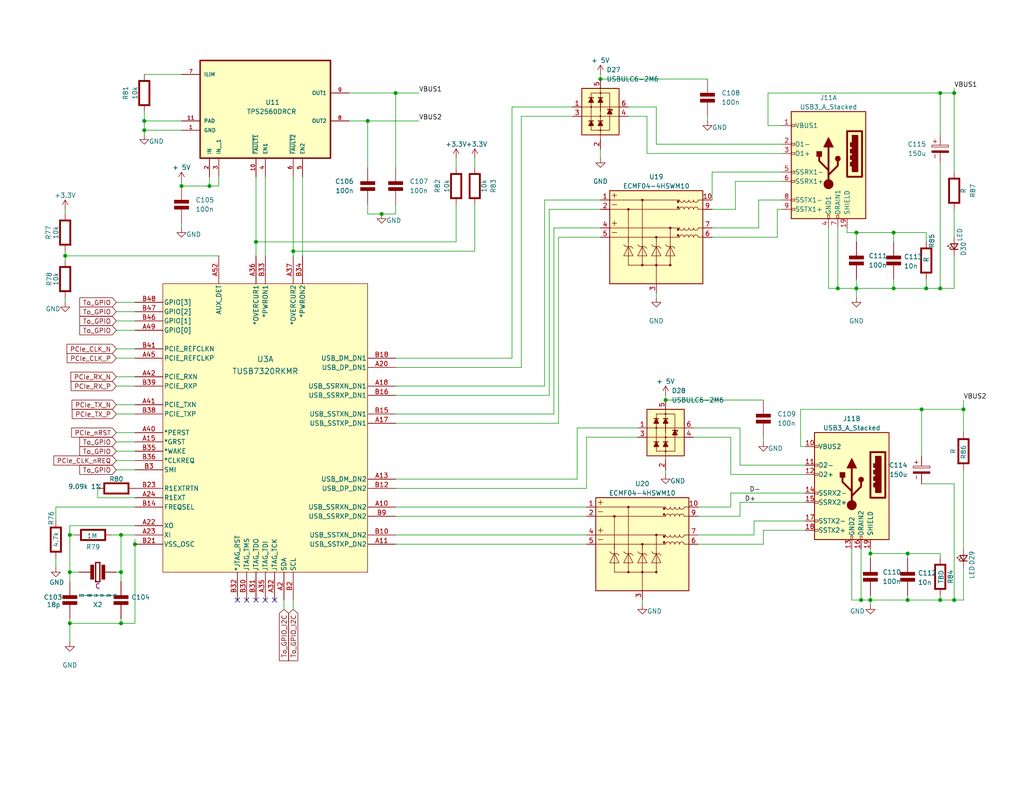
<source format=kicad_sch>
(kicad_sch (version 20250114) (generator "eeschema") (generator_version "9.0")
  (paper "USLetter")
  (lib_symbols
    (symbol "Connector:USB3_A_Stacked" (pin_names (offset 1.016))
      (property "Reference" "J4" (at 0 17.78 0))
      (property "Value" "USB3_A_Stacked" (at 0 15.24 0))
      (symbol "USB3_A_Stacked_0_1"
        (pin passive line (at -5.08 -17.78 90) (length 2.54) (name "SHIELD") (number "19"))
      )
      (symbol "USB3_A_Stacked_1_1"
        (pin passive line (at -2.54 -17.78 90) (length 2.54) (name "DRAIN1") (number "7"))
        (pin power_in line (at 0 -17.78 90) (length 2.54) (name "GND1") (number "4"))
        (pin power_in line (at 12.7 10.16 180) (length 2.54) (name "VBUS1") (number "1"))
        (pin bidirectional line (at 12.7 5.08 180) (length 2.54) (name "D1-") (number "2"))
        (pin bidirectional line (at 12.7 2.54 180) (length 2.54) (name "D1+") (number "3"))
        (pin output line (at 12.7 -2.54 180) (length 2.54) (name "SSRX1-") (number "5"))
        (pin output line (at 12.7 -5.08 180) (length 2.54) (name "SSRX1+") (number "6"))
        (pin input line (at 12.7 -10.16 180) (length 2.54) (name "SSTX1-") (number "8"))
        (pin input line (at 12.7 -12.7 180) (length 2.54) (name "SSTX1+") (number "9"))
      )
      (symbol "USB3_A_Stacked_2_1"
        (pin passive line (at -2.54 -17.78 90) (length 2.54) (name "DRAIN2") (number "16"))
        (pin power_in line (at 0 -17.78 90) (length 2.54) (name "GND2") (number "13"))
        (pin power_in line (at 12.7 10.16 180) (length 2.54) (name "VBUS2") (number "10"))
        (pin bidirectional line (at 12.7 5.08 180) (length 2.54) (name "D2-") (number "11"))
        (pin bidirectional line (at 12.7 2.54 180) (length 2.54) (name "D2+") (number "12"))
        (pin output line (at 12.7 -2.54 180) (length 2.54) (name "SSRX2-") (number "14"))
        (pin output line (at 12.7 -5.08 180) (length 2.54) (name "SSRX2+") (number "15"))
        (pin input line (at 12.7 -10.16 180) (length 2.54) (name "SSTX2-") (number "17"))
        (pin input line (at 12.7 -12.7 180) (length 2.54) (name "SSTX2+") (number "18"))
      )
    )
    (symbol "PCM_Diode_TVS_AKL:USBLC6-2P6" (pin_names (offset 1.016) (hide yes))
      (property "Reference" "D" (at 6.35 6.35 0))
      (property "Value" "USBLC6-2P6" (at 6.35 3.81 0))
      (symbol "USBLC6-2P6_1_1"
        (pin passive line (at -7.62 0 0) (length 2.54) (name "L1") (number "1"))
        (pin passive line (at -7.62 -2.54 0) (length 2.54) (name "L2") (number "3"))
        (pin passive line (at 0 7.62 270) (length 2.54) (name "VP") (number "5"))
        (pin passive line (at 0 -11.43 90) (length 2.54) (name "VN") (number "2"))
        (pin passive line (at 7.62 0 180) (length 2.54) (name "L1") (number "6"))
        (pin passive line (at 7.62 -2.54 180) (length 2.54) (name "L2") (number "4"))
      )
    )
    (symbol "PCM_Elektuur:C" (pin_numbers (hide yes)) (pin_names (offset 0) (hide yes))
      (property "Reference" "C" (at 0.635 3.175 0))
      (property "Value" "C" (at 0.635 -3.175 0))
      (symbol "C_1_1"
        (pin passive line (at 0 5.08 270) (length 3.8862) (name "+") (number "1"))
        (pin passive line (at 0 -5.08 90) (length 3.8862) (name "-") (number "2"))
      )
      (symbol "C_1_2"
        (pin passive line (at 0 5.08 270) (length 3.5814) (name "+") (number "1"))
        (pin passive line (at 0 -5.08 90) (length 3.5814) (name "-") (number "2"))
      )
    )
    (symbol "PCM_Elektuur:R" (pin_numbers (hide yes)) (pin_names (offset 0) (hide yes))
      (property "Reference" "R" (at 2.54 3.175 0))
      (property "Value" "R" (at 0 0 90))
      (symbol "R_1_1"
        (pin passive line (at 0 5.08 270) (length 1.651) (name "+") (number "1"))
        (pin passive line (at 0 -5.08 90) (length 1.651) (name "-") (number "2"))
      )
      (symbol "R_1_2"
        (pin passive line (at 0 5.08 270) (length 1.651) (name "+") (number "1"))
        (pin passive line (at 0 -5.08 90) (length 1.651) (name "-") (number "2"))
      )
      (symbol "R_1_3"
        (pin passive line (at 0 5.08 270) (length 1.6002) (name "+") (number "1"))
        (pin passive line (at 0 -5.08 90) (length 1.6002) (name "-") (number "2"))
      )
      (symbol "R_1_4"
        (pin passive line (at 0 5.08 270) (length 0.5334) (name "+") (number "1"))
        (pin passive line (at 0 -5.08 90) (length 0.5334) (name "-") (number "2"))
      )
    )
    (symbol "PCM_Elektuur_1:X-crystal" (pin_numbers (hide yes)) (pin_names (offset 0) (hide yes))
      (property "Reference" "X" (at 0.635 3.175 0))
      (property "Value" "X-crystal" (at 0.635 -3.175 0))
      (property "Sim.Params" "C" (at -2.54 3.175 0))
      (symbol "X-crystal_1_1"
        (pin passive line (at 0 5.08 270) (length 3.175) (name "+") (number "1"))
        (pin passive line (at 0 -5.08 90) (length 3.175) (name "-") (number "2"))
      )
      (symbol "X-crystal_1_2"
        (pin passive line (at 0 5.08 270) (length 3.3274) (name "+") (number "1"))
        (pin passive line (at 0 -5.08 90) (length 3.3274) (name "-") (number "2"))
      )
    )
    (symbol "PCM_SL_Devices:Capacitor_PO"
      (property "Reference" "C" (at 0 7.62 0))
      (property "Value" "Capacitor_PO" (at 0 5.08 0))
      (symbol "Capacitor_PO_0_0"
        (text "+" (at -2.032 1.524 0) (effects (font (size 1.27 1.27))))
        (text "-" (at 2.032 1.524 0) (effects (font (size 1.27 1.27))))
      )
      (symbol "Capacitor_PO_1_1"
        (pin passive line (at -3.81 0 0) (length 2.7) (name "~") (number "1"))
        (pin input line (at 3.81 0 180) (length 2.7) (name "~") (number "2"))
      )
    )
    (symbol "PCM_SparkFun-LED:LED" (pin_numbers (hide yes)) (pin_names (offset 1.016) (hide yes))
      (property "Reference" "D" (at 0 2.54 0))
      (property "Value" "LED" (at 0 -2.54 0))
      (symbol "LED_1_1"
        (pin passive line (at -2.54 0 0) (length 1.778) (name "K") (number "1"))
        (pin passive line (at 2.54 0 180) (length 1.778) (name "A") (number "2"))
      )
    )
    (symbol "PCM_SparkFun-PowerSymbol:3.3V" (power) (pin_names (offset 0))
      (property "Value" "3.3V" (at 0 3.81 0))
      (symbol "3.3V_1_1"
        (pin power_in line (at 0 0 90) (length 0) (hide yes) (name "3.3V") (number "1"))
      )
    )
    (symbol "PCM_SparkFun-PowerSymbol:5V" (power) (pin_names (offset 0))
      (property "Value" "5V" (at 0 3.81 0))
      (symbol "5V_1_1"
        (pin power_in line (at 0 0 90) (length 0) (hide yes) (name "5V") (number "1"))
      )
    )
    (symbol "Power_Protection:ECMF04-4HSWM10" (pin_names (offset 0.0254) (hide yes))
      (property "Reference" "U" (at -11.43 13.97 0))
      (property "Value" "ECMF04-4HSWM10" (at 8.89 -13.97 0))
      (symbol "ECMF04-4HSWM10_1_1"
        (pin passive line (at -15.24 10.16 0) (length 2.54) (name "In_1+") (number "1"))
        (pin passive line (at -15.24 7.62 0) (length 2.54) (name "In_1-") (number "2"))
        (pin passive line (at -15.24 2.54 0) (length 2.54) (name "In_1+") (number "4"))
        (pin passive line (at -15.24 0 0) (length 2.54) (name "In_1-") (number "5"))
        (pin power_in line (at 0 -15.24 90) (length 2.54) (name "GND") (number "3"))
        (pin passive line (at 0 -15.24 90) (length 2.54) (hide yes) (name "GND") (number "8"))
        (pin passive line (at 15.24 10.16 180) (length 2.54) (name "Out_1+") (number "10"))
        (pin passive line (at 15.24 7.62 180) (length 2.54) (name "Out_1+") (number "9"))
        (pin passive line (at 15.24 2.54 180) (length 2.54) (name "Out_1+") (number "7"))
        (pin passive line (at 15.24 0 180) (length 2.54) (name "Out_1+") (number "6"))
      )
    )
    (symbol "USB3_A_Stacked_1" (pin_names (offset 1.016))
      (property "Reference" "J4" (at 0 17.78 0))
      (property "Value" "USB3_A_Stacked" (at 0 15.24 0))
      (symbol "USB3_A_Stacked_1_0_1"
        (pin passive line (at -5.08 -17.78 90) (length 2.54) (name "SHIELD") (number "19"))
      )
      (symbol "USB3_A_Stacked_1_1_1"
        (pin passive line (at -2.54 -17.78 90) (length 2.54) (name "DRAIN1") (number "7"))
        (pin power_in line (at 0 -17.78 90) (length 2.54) (name "GND1") (number "4"))
        (pin power_in line (at 12.7 10.16 180) (length 2.54) (name "VBUS1") (number "1"))
        (pin bidirectional line (at 12.7 5.08 180) (length 2.54) (name "D1-") (number "2"))
        (pin bidirectional line (at 12.7 2.54 180) (length 2.54) (name "D1+") (number "3"))
        (pin output line (at 12.7 -2.54 180) (length 2.54) (name "SSRX1-") (number "5"))
        (pin output line (at 12.7 -5.08 180) (length 2.54) (name "SSRX1+") (number "6"))
        (pin input line (at 12.7 -10.16 180) (length 2.54) (name "SSTX1-") (number "8"))
        (pin input line (at 12.7 -12.7 180) (length 2.54) (name "SSTX1+") (number "9"))
      )
      (symbol "USB3_A_Stacked_1_2_1"
        (pin passive line (at -2.54 -17.78 90) (length 2.54) (name "DRAIN2") (number "16"))
        (pin power_in line (at 0 -17.78 90) (length 2.54) (name "GND2") (number "13"))
        (pin power_in line (at 12.7 10.16 180) (length 2.54) (name "VBUS2") (number "10"))
        (pin bidirectional line (at 12.7 5.08 180) (length 2.54) (name "D2-") (number "11"))
        (pin bidirectional line (at 12.7 2.54 180) (length 2.54) (name "D2+") (number "12"))
        (pin output line (at 12.7 -2.54 180) (length 2.54) (name "SSRX2-") (number "14"))
        (pin output line (at 12.7 -5.08 180) (length 2.54) (name "SSRX2+") (number "15"))
        (pin input line (at 12.7 -10.16 180) (length 2.54) (name "SSTX2-") (number "17"))
        (pin input line (at 12.7 -12.7 180) (length 2.54) (name "SSTX2+") (number "18"))
      )
    )
    (symbol "capstone_parts:TPS2560DRCR" (pin_names (offset 1.016))
      (property "Reference" "U7" (at 0 0 0))
      (property "Value" "TPS2560DRCR" (at -5.08 -2.54 0))
      (symbol "TPS2560DRCR_0_0"
        (pin bidirectional line (at -22.86 7.62 0) (length 5.08) (name "ILIM") (number "7"))
        (pin bidirectional line (at -22.86 -5.08 0) (length 5.08) (name "PAD") (number "11"))
        (pin power_in line (at -22.86 -7.62 0) (length 5.08) (name "GND") (number "1"))
        (pin input line (at -15.24 -20.32 90) (length 5.08) (name "IN") (number "2"))
        (pin input line (at -12.7 -20.32 90) (length 5.08) (name "IN__1") (number "3"))
        (pin output line (at -2.54 -20.32 90) (length 5.08) (name "~{FAULT1}") (number "10"))
        (pin input line (at 0 -20.32 90) (length 5.08) (name "EN1") (number "4"))
        (pin output line (at 7.62 -20.32 90) (length 5.08) (name "~{FAULT2}") (number "6"))
        (pin input line (at 10.16 -20.32 90) (length 5.08) (name "EN2") (number "5"))
        (pin output line (at 22.86 2.54 180) (length 5.08) (name "OUT1") (number "9"))
        (pin output line (at 22.86 -5.08 180) (length 5.08) (name "OUT2") (number "8"))
      )
    )
    (symbol "capstone_parts:TUSB7320RKMR" (pin_names (offset 0.254))
      (property "Reference" "U4" (at 68.58 19.05 0))
      (property "Value" "TUSB7320RKMR" (at 68.58 16.51 0))
      (symbol "TUSB7320RKMR_1_1"
        (pin unspecified line (at 33.02 10.16 0) (length 7.62) (name "GPIO[3]") (number "B48"))
        (pin unspecified line (at 33.02 7.62 0) (length 7.62) (name "GPIO[2]") (number "B47"))
        (pin unspecified line (at 33.02 5.08 0) (length 7.62) (name "GPIO[1]") (number "B46"))
        (pin unspecified line (at 33.02 2.54 0) (length 7.62) (name "GPIO[0]") (number "A49"))
        (pin unspecified line (at 33.02 -2.54 0) (length 7.62) (name "PCIE_REFCLKN") (number "B41"))
        (pin unspecified line (at 33.02 -5.08 0) (length 7.62) (name "PCIE_REFCLKP") (number "A45"))
        (pin unspecified line (at 33.02 -10.16 0) (length 7.62) (name "PCIE_RXN") (number "A42"))
        (pin unspecified line (at 33.02 -12.7 0) (length 7.62) (name "PCIE_RXP") (number "B39"))
        (pin unspecified line (at 33.02 -17.78 0) (length 7.62) (name "PCIE_TXN") (number "A41"))
        (pin unspecified line (at 33.02 -20.32 0) (length 7.62) (name "PCIE_TXP") (number "B38"))
        (pin unspecified line (at 33.02 -25.4 0) (length 7.62) (name "*PERST") (number "A40"))
        (pin unspecified line (at 33.02 -27.94 0) (length 7.62) (name "*GRST") (number "A15"))
        (pin unspecified line (at 33.02 -30.48 0) (length 7.62) (name "*WAKE") (number "B35"))
        (pin unspecified line (at 33.02 -33.02 0) (length 7.62) (name "*CLKREQ") (number "B36"))
        (pin unspecified line (at 33.02 -35.56 0) (length 7.62) (name "SMI") (number "B3"))
        (pin unspecified line (at 33.02 -40.64 0) (length 7.62) (name "R1EXTRTN") (number "B23"))
        (pin unspecified line (at 33.02 -43.18 0) (length 7.62) (name "R1EXT") (number "A24"))
        (pin unspecified line (at 33.02 -45.72 0) (length 7.62) (name "FREQSEL") (number "B14"))
        (pin unspecified line (at 33.02 -50.8 0) (length 7.62) (name "XO") (number "A22"))
        (pin unspecified line (at 33.02 -53.34 0) (length 7.62) (name "XI") (number "A23"))
        (pin unspecified line (at 33.02 -55.88 0) (length 7.62) (name "VSS_OSC") (number "B21"))
        (pin unspecified line (at 55.88 22.86 270) (length 7.62) (name "AUX_DET") (number "A52"))
        (pin unspecified line (at 60.96 -71.12 90) (length 7.62) (name "*JTAG_RST") (number "B32"))
        (pin unspecified line (at 63.5 -71.12 90) (length 7.62) (name "JTAG_TMS") (number "B30"))
        (pin unspecified line (at 66.04 22.86 270) (length 7.62) (name "*OVERCUR1") (number "A36"))
        (pin unspecified line (at 66.04 -71.12 90) (length 7.62) (name "JTAG_TDO") (number "B31"))
        (pin unspecified line (at 68.58 22.86 270) (length 7.62) (name "*PWRON1") (number "B33"))
        (pin unspecified line (at 68.58 -71.12 90) (length 7.62) (name "JTAG_TDI") (number "A35"))
        (pin unspecified line (at 71.12 -71.12 90) (length 7.62) (name "JTAG_TCK") (number "A32"))
        (pin unspecified line (at 73.66 -71.12 90) (length 7.62) (name "SDA") (number "A2"))
        (pin unspecified line (at 76.2 22.86 270) (length 7.62) (name "*OVERCUR2") (number "A37"))
        (pin unspecified line (at 76.2 -71.12 90) (length 7.62) (name "SCL") (number "B2"))
        (pin unspecified line (at 78.74 22.86 270) (length 7.62) (name "*PWRON2") (number "B34"))
        (pin unspecified line (at 104.14 -5.08 180) (length 7.62) (name "USB_DM_DN1") (number "B18"))
        (pin unspecified line (at 104.14 -7.62 180) (length 7.62) (name "USB_DP_DN1") (number "A20"))
        (pin unspecified line (at 104.14 -12.7 180) (length 7.62) (name "USB_SSRXN_DN1") (number "A18"))
        (pin unspecified line (at 104.14 -15.24 180) (length 7.62) (name "USB_SSRXP_DN1") (number "B16"))
        (pin unspecified line (at 104.14 -20.32 180) (length 7.62) (name "USB_SSTXN_DN1") (number "B15"))
        (pin unspecified line (at 104.14 -22.86 180) (length 7.62) (name "USB_SSTXP_DN1") (number "A17"))
        (pin unspecified line (at 104.14 -38.1 180) (length 7.62) (name "USB_DM_DN2") (number "A13"))
        (pin unspecified line (at 104.14 -40.64 180) (length 7.62) (name "USB_DP_DN2") (number "B12"))
        (pin unspecified line (at 104.14 -45.72 180) (length 7.62) (name "USB_SSRXN_DN2") (number "A10"))
        (pin unspecified line (at 104.14 -48.26 180) (length 7.62) (name "USB_SSRXP_DN2") (number "B9"))
        (pin unspecified line (at 104.14 -53.34 180) (length 7.62) (name "USB_SSTXN_DN2") (number "B10"))
        (pin unspecified line (at 104.14 -55.88 180) (length 7.62) (name "USB_SSTXP_DN2") (number "A11"))
      )
      (symbol "TUSB7320RKMR_2_1"
        (pin unspecified line (at 0 2.54 0) (length 7.62) (name "VDD33") (number "A3"))
        (pin unspecified line (at 0 0 0) (length 7.62) (name "VDD33") (number "A34"))
        (pin unspecified line (at 0 -2.54 0) (length 7.62) (name "VDD33") (number "A39"))
        (pin unspecified line (at 0 -5.08 0) (length 7.62) (name "VDD33") (number "A47"))
        (pin unspecified line (at 0 -7.62 0) (length 7.62) (name "VDD33") (number "A51"))
        (pin unspecified line (at 0 -12.7 0) (length 7.62) (name "VDDA_3P3") (number "B11"))
        (pin unspecified line (at 0 -15.24 0) (length 7.62) (name "VDDA_3P3") (number "A19"))
        (pin unspecified line (at 0 -17.78 0) (length 7.62) (name "VDDA_3P3") (number "A21"))
        (pin unspecified line (at 0 -20.32 0) (length 7.62) (name "VDDA_3P3") (number "A25"))
        (pin unspecified line (at 0 -22.86 0) (length 7.62) (name "VDDA_3P3") (number "B22"))
        (pin unspecified line (at 0 -25.4 0) (length 7.62) (name "VDDA_3P3") (number "A44"))
        (pin unspecified line (at 0 -30.48 0) (length 7.62) (name "VDD11") (number "A1"))
        (pin unspecified line (at 0 -33.02 0) (length 7.62) (name "VDD11") (number "B1"))
        (pin unspecified line (at 0 -35.56 0) (length 7.62) (name "VDD11") (number "A4"))
        (pin unspecified line (at 0 -38.1 0) (length 7.62) (name "VDD11") (number "A6"))
        (pin unspecified line (at 0 -40.64 0) (length 7.62) (name "VDD11") (number "A9"))
        (pin unspecified line (at 0 -43.18 0) (length 7.62) (name "VDD11") (number "A12"))
        (pin unspecified line (at 0 -45.72 0) (length 7.62) (name "VDD11") (number "A16"))
        (pin unspecified line (at 0 -48.26 0) (length 7.62) (name "VDD11") (number "B17"))
        (pin unspecified line (at 0 -50.8 0) (length 7.62) (name "VDD11") (number "B19"))
        (pin unspecified line (at 0 -53.34 0) (length 7.62) (name "VDD11") (number "B24"))
        (pin unspecified line (at 0 -55.88 0) (length 7.62) (name "VDD11") (number "A28"))
        (pin unspecified line (at 0 -58.42 0) (length 7.62) (name "VDD11") (number "A33"))
        (pin unspecified line (at 0 -60.96 0) (length 7.62) (name "VDD11") (number "A31"))
        (pin unspecified line (at 0 -63.5 0) (length 7.62) (name "VDD11") (number "A38"))
        (pin unspecified line (at 0 -66.04 0) (length 7.62) (name "VDD11") (number "B37"))
        (pin unspecified line (at 0 -68.58 0) (length 7.62) (name "VDD11") (number "B40"))
        (pin unspecified line (at 0 -71.12 0) (length 7.62) (name "VDD11") (number "B42"))
        (pin unspecified line (at 0 -73.66 0) (length 7.62) (name "VDD11") (number "B44"))
        (pin unspecified line (at 0 -76.2 0) (length 7.62) (name "VDD11") (number "A50"))
        (pin unspecified line (at 43.18 2.54 180) (length 7.62) (name "NC") (number "B4"))
        (pin unspecified line (at 43.18 0 180) (length 7.62) (name "NC") (number "A52"))
        (pin unspecified line (at 43.18 -2.54 180) (length 7.62) (name "NC") (number "B5"))
        (pin unspecified line (at 43.18 -5.08 180) (length 7.62) (name "NC") (number "B6"))
        (pin unspecified line (at 43.18 -7.62 180) (length 7.62) (name "NC") (number "A7"))
        (pin unspecified line (at 43.18 -10.16 180) (length 7.62) (name "NC") (number "B7"))
        (pin unspecified line (at 43.18 -12.7 180) (length 7.62) (name "NC") (number "A8"))
        (pin unspecified line (at 43.18 -15.24 180) (length 7.62) (name "NC") (number "B8"))
        (pin unspecified line (at 43.18 -17.78 180) (length 7.62) (name "NC") (number "B13"))
        (pin unspecified line (at 43.18 -20.32 180) (length 7.62) (name "NC") (number "A48"))
        (pin unspecified line (at 43.18 -22.86 180) (length 7.62) (name "NC") (number "A46"))
        (pin unspecified line (at 43.18 -25.4 180) (length 7.62) (name "NC") (number "B45"))
        (pin unspecified line (at 43.18 -27.94 180) (length 7.62) (name "NC") (number "B43"))
        (pin unspecified line (at 43.18 -30.48 180) (length 7.62) (name "NC") (number "A43"))
        (pin unspecified line (at 43.18 -33.02 180) (length 7.62) (name "NC") (number "A30"))
        (pin unspecified line (at 43.18 -35.56 180) (length 7.62) (name "NC") (number "B29"))
        (pin unspecified line (at 43.18 -38.1 180) (length 7.62) (name "NC") (number "A29"))
        (pin unspecified line (at 43.18 -40.64 180) (length 7.62) (name "NC") (number "B28"))
        (pin unspecified line (at 43.18 -43.18 180) (length 7.62) (name "NC") (number "B27"))
        (pin unspecified line (at 43.18 -45.72 180) (length 7.62) (name "NC") (number "A27"))
        (pin unspecified line (at 43.18 -48.26 180) (length 7.62) (name "NC") (number "B26"))
        (pin unspecified line (at 43.18 -50.8 180) (length 7.62) (name "NC") (number "A26"))
        (pin unspecified line (at 43.18 -53.34 180) (length 7.62) (name "NC") (number "B25"))
        (pin unspecified line (at 43.18 -55.88 180) (length 7.62) (name "NC") (number "A14"))
        (pin unspecified line (at 43.18 -63.5 180) (length 7.62) (name "VSS_NC") (number "C4"))
        (pin unspecified line (at 43.18 -66.04 180) (length 7.62) (name "VSS_NC") (number "C3"))
        (pin unspecified line (at 43.18 -68.58 180) (length 7.62) (name "VSS_NC") (number "C2"))
        (pin unspecified line (at 43.18 -71.12 180) (length 7.62) (name "VSS_NC") (number "C1"))
        (pin unspecified line (at 43.18 -73.66 180) (length 7.62) (name "VSS_NC") (number "A53"))
        (pin unspecified line (at 43.18 -76.2 180) (length 7.62) (name "VSS_NC") (number "B20"))
      )
    )
    (symbol "power:GND" (power) (pin_numbers (hide yes)) (pin_names (offset 0) (hide yes))
      (property "Value" "GND" (at 0 -3.81 0))
      (symbol "GND_1_1"
        (pin power_in line (at 0 0 270) (length 0) (name "~") (number "1"))
      )
    )
  )
  (junction (at 104.14 58.42))
  (junction (at 233.68 78.74))
  (junction (at 33.02 156.21))
  (junction (at 228.6 78.74))
  (junction (at 247.65 151.13))
  (junction (at 252.73 78.74))
  (junction (at 39.37 35.56))
  (junction (at 57.15 50.8))
  (junction (at 256.54 163.83))
  (junction (at 39.37 33.02))
  (junction (at 100.33 33.02))
  (junction (at 19.05 146.05))
  (junction (at 251.46 111.76))
  (junction (at 256.54 78.74))
  (junction (at 237.49 151.13))
  (junction (at 234.95 163.83))
  (junction (at 260.35 163.83))
  (junction (at 237.49 163.83))
  (junction (at 19.05 170.18))
  (junction (at 256.54 25.4))
  (junction (at 163.83 21.59))
  (junction (at 33.02 146.05))
  (junction (at 233.68 63.5))
  (junction (at 262.89 111.76))
  (junction (at 33.02 170.18))
  (junction (at 243.84 78.74))
  (junction (at 17.78 69.85))
  (junction (at 36.83 148.59))
  (junction (at 260.35 25.4))
  (junction (at 107.95 25.4))
  (junction (at 69.85 66.04))
  (junction (at 243.84 63.5))
  (junction (at 49.53 50.8))
  (junction (at 19.05 156.21))
  (junction (at 80.01 68.58))
  (junction (at 247.65 163.83))
  (junction (at 181.61 109.22))
  (no_connect (at 69.85 163.83))
  (no_connect (at 64.77 163.83))
  (no_connect (at 74.93 163.83))
  (no_connect (at 72.39 163.83))
  (no_connect (at 67.31 163.83))
  (wire (pts (xy 129.54 68.58) (xy 80.01 68.58)))
  (wire (pts (xy 243.84 66.04) (xy 243.84 63.5)))
  (wire (pts (xy 152.4 64.77) (xy 152.4 115.57)))
  (wire (pts (xy 31.75 87.63) (xy 36.83 87.63)))
  (wire (pts (xy 262.89 128.27) (xy 262.89 149.86)))
  (wire (pts (xy 262.89 154.94) (xy 262.89 163.83)))
  (wire (pts (xy 31.75 85.09) (xy 36.83 85.09)))
  (wire (pts (xy 189.23 119.38) (xy 199.39 119.38)))
  (wire (pts (xy 251.46 111.76) (xy 251.46 124.46)))
  (wire (pts (xy 189.23 116.84) (xy 201.93 116.84)))
  (wire (pts (xy 124.46 55.88) (xy 124.46 66.04)))
  (wire (pts (xy 207.01 54.61) (xy 213.36 54.61)))
  (wire (pts (xy 233.68 63.5) (xy 243.84 63.5)))
  (wire (pts (xy 200.66 49.53) (xy 213.36 49.53)))
  (wire (pts (xy 212.09 64.77) (xy 212.09 57.15)))
  (wire (pts (xy 107.95 45.72) (xy 107.95 25.4)))
  (wire (pts (xy 251.46 132.08) (xy 260.35 132.08)))
  (wire (pts (xy 163.83 57.15) (xy 149.86 57.15)))
  (wire (pts (xy 226.06 78.74) (xy 228.6 78.74)))
  (wire (pts (xy 247.65 163.83) (xy 256.54 163.83)))
  (wire (pts (xy 151.13 62.23) (xy 151.13 113.03)))
  (wire (pts (xy 59.69 48.26) (xy 59.69 50.8)))
  (wire (pts (xy 139.7 97.79) (xy 107.95 97.79)))
  (wire (pts (xy 233.68 66.04) (xy 233.68 63.5)))
  (wire (pts (xy 208.28 148.59) (xy 190.5 148.59)))
  (wire (pts (xy 193.04 33.02) (xy 193.04 31.75)))
  (wire (pts (xy 129.54 43.18) (xy 129.54 45.72)))
  (wire (pts (xy 80.01 68.58) (xy 80.01 69.85)))
  (wire (pts (xy 31.75 125.73) (xy 36.83 125.73)))
  (wire (pts (xy 31.75 105.41) (xy 36.83 105.41)))
  (wire (pts (xy 31.75 156.21) (xy 33.02 156.21)))
  (wire (pts (xy 209.55 34.29) (xy 213.36 34.29)))
  (wire (pts (xy 107.95 58.42) (xy 104.14 58.42)))
  (wire (pts (xy 160.02 119.38) (xy 173.99 119.38)))
  (wire (pts (xy 256.54 78.74) (xy 252.73 78.74)))
  (wire (pts (xy 231.14 62.23) (xy 231.14 63.5)))
  (wire (pts (xy 207.01 62.23) (xy 207.01 54.61)))
  (wire (pts (xy 163.83 43.18) (xy 163.83 40.64)))
  (wire (pts (xy 260.35 24.13) (xy 260.35 25.4)))
  (wire (pts (xy 201.93 116.84) (xy 201.93 127)))
  (wire (pts (xy 260.35 57.15) (xy 260.35 64.77)))
  (wire (pts (xy 256.54 78.74) (xy 260.35 78.74)))
  (wire (pts (xy 256.54 162.56) (xy 256.54 163.83)))
  (wire (pts (xy 228.6 62.23) (xy 228.6 78.74)))
  (wire (pts (xy 194.31 46.99) (xy 213.36 46.99)))
  (wire (pts (xy 175.26 165.1) (xy 175.26 163.83)))
  (wire (pts (xy 205.74 142.24) (xy 205.74 146.05)))
  (wire (pts (xy 114.3 33.02) (xy 100.33 33.02)))
  (wire (pts (xy 142.24 31.75) (xy 142.24 100.33)))
  (wire (pts (xy 208.28 120.65) (xy 208.28 119.38)))
  (wire (pts (xy 237.49 162.56) (xy 237.49 163.83)))
  (wire (pts (xy 234.95 149.86) (xy 234.95 163.83)))
  (wire (pts (xy 17.78 57.15) (xy 17.78 58.42)))
  (wire (pts (xy 59.69 50.8) (xy 57.15 50.8)))
  (wire (pts (xy 107.95 140.97) (xy 160.02 140.97)))
  (wire (pts (xy 179.07 81.28) (xy 179.07 80.01)))
  (wire (pts (xy 39.37 33.02) (xy 49.53 33.02)))
  (wire (pts (xy 17.78 69.85) (xy 17.78 71.12)))
  (wire (pts (xy 31.75 97.79) (xy 36.83 97.79)))
  (wire (pts (xy 163.83 21.59) (xy 193.04 21.59)))
  (wire (pts (xy 194.31 64.77) (xy 212.09 64.77)))
  (wire (pts (xy 247.65 152.4) (xy 247.65 151.13)))
  (wire (pts (xy 72.39 48.26) (xy 72.39 69.85)))
  (wire (pts (xy 30.48 146.05) (xy 33.02 146.05)))
  (wire (pts (xy 233.68 76.2) (xy 233.68 78.74)))
  (wire (pts (xy 199.39 129.54) (xy 219.71 129.54)))
  (wire (pts (xy 39.37 20.32) (xy 49.53 20.32)))
  (wire (pts (xy 251.46 111.76) (xy 262.89 111.76)))
  (wire (pts (xy 243.84 78.74) (xy 233.68 78.74)))
  (wire (pts (xy 157.48 130.81) (xy 107.95 130.81)))
  (wire (pts (xy 194.31 62.23) (xy 207.01 62.23)))
  (wire (pts (xy 149.86 57.15) (xy 149.86 107.95)))
  (wire (pts (xy 237.49 151.13) (xy 247.65 151.13)))
  (wire (pts (xy 19.05 170.18) (xy 19.05 175.26)))
  (wire (pts (xy 124.46 66.04) (xy 69.85 66.04)))
  (wire (pts (xy 252.73 76.2) (xy 252.73 78.74)))
  (wire (pts (xy 31.75 95.25) (xy 36.83 95.25)))
  (wire (pts (xy 15.24 138.43) (xy 36.83 138.43)))
  (wire (pts (xy 219.71 121.92) (xy 218.44 121.92)))
  (wire (pts (xy 171.45 31.75) (xy 176.53 31.75)))
  (wire (pts (xy 142.24 100.33) (xy 107.95 100.33)))
  (wire (pts (xy 218.44 111.76) (xy 251.46 111.76)))
  (wire (pts (xy 252.73 66.04) (xy 252.73 63.5)))
  (wire (pts (xy 95.25 25.4) (xy 107.95 25.4)))
  (wire (pts (xy 256.54 163.83) (xy 260.35 163.83)))
  (wire (pts (xy 31.75 128.27) (xy 36.83 128.27)))
  (wire (pts (xy 209.55 25.4) (xy 209.55 34.29)))
  (wire (pts (xy 219.71 137.16) (xy 201.93 137.16)))
  (wire (pts (xy 107.95 146.05) (xy 160.02 146.05)))
  (wire (pts (xy 156.21 29.21) (xy 139.7 29.21)))
  (wire (pts (xy 247.65 151.13) (xy 256.54 151.13)))
  (wire (pts (xy 163.83 62.23) (xy 151.13 62.23)))
  (wire (pts (xy 200.66 57.15) (xy 200.66 49.53)))
  (wire (pts (xy 160.02 138.43) (xy 107.95 138.43)))
  (wire (pts (xy 163.83 64.77) (xy 152.4 64.77)))
  (wire (pts (xy 256.54 25.4) (xy 260.35 25.4)))
  (wire (pts (xy 129.54 55.88) (xy 129.54 68.58)))
  (wire (pts (xy 252.73 63.5) (xy 243.84 63.5)))
  (wire (pts (xy 39.37 30.48) (xy 39.37 33.02)))
  (wire (pts (xy 100.33 58.42) (xy 104.14 58.42)))
  (wire (pts (xy 237.49 149.86) (xy 237.49 151.13)))
  (wire (pts (xy 219.71 134.62) (xy 199.39 134.62)))
  (wire (pts (xy 260.35 46.99) (xy 260.35 25.4)))
  (wire (pts (xy 15.24 142.24) (xy 15.24 138.43)))
  (wire (pts (xy 69.85 66.04) (xy 69.85 69.85)))
  (wire (pts (xy 163.83 54.61) (xy 148.59 54.61)))
  (wire (pts (xy 260.35 163.83) (xy 262.89 163.83)))
  (wire (pts (xy 49.53 50.8) (xy 49.53 49.53)))
  (wire (pts (xy 160.02 133.35) (xy 107.95 133.35)))
  (wire (pts (xy 256.54 36.83) (xy 256.54 25.4)))
  (wire (pts (xy 237.49 163.83) (xy 234.95 163.83)))
  (wire (pts (xy 31.75 82.55) (xy 36.83 82.55)))
  (wire (pts (xy 107.95 55.88) (xy 107.95 58.42)))
  (wire (pts (xy 237.49 163.83) (xy 237.49 165.1)))
  (wire (pts (xy 49.53 62.23) (xy 49.53 60.96)))
  (wire (pts (xy 205.74 146.05) (xy 190.5 146.05)))
  (wire (pts (xy 19.05 170.18) (xy 33.02 170.18)))
  (wire (pts (xy 181.61 109.22) (xy 208.28 109.22)))
  (wire (pts (xy 179.07 39.37) (xy 179.07 29.21)))
  (wire (pts (xy 232.41 149.86) (xy 232.41 163.83)))
  (wire (pts (xy 17.78 82.55) (xy 17.78 81.28)))
  (wire (pts (xy 228.6 78.74) (xy 233.68 78.74)))
  (wire (pts (xy 201.93 127) (xy 219.71 127)))
  (wire (pts (xy 209.55 25.4) (xy 256.54 25.4)))
  (wire (pts (xy 80.01 48.26) (xy 80.01 68.58)))
  (wire (pts (xy 124.46 43.18) (xy 124.46 45.72)))
  (wire (pts (xy 148.59 54.61) (xy 148.59 105.41)))
  (wire (pts (xy 219.71 144.78) (xy 208.28 144.78)))
  (wire (pts (xy 199.39 119.38) (xy 199.39 129.54)))
  (wire (pts (xy 31.75 90.17) (xy 36.83 90.17)))
  (wire (pts (xy 69.85 48.26) (xy 69.85 66.04)))
  (wire (pts (xy 19.05 143.51) (xy 19.05 146.05)))
  (wire (pts (xy 163.83 20.32) (xy 163.83 21.59)))
  (wire (pts (xy 212.09 57.15) (xy 213.36 57.15)))
  (wire (pts (xy 151.13 113.03) (xy 107.95 113.03)))
  (wire (pts (xy 82.55 48.26) (xy 82.55 69.85)))
  (wire (pts (xy 15.24 152.4) (xy 15.24 154.94)))
  (wire (pts (xy 208.28 144.78) (xy 208.28 148.59)))
  (wire (pts (xy 17.78 69.85) (xy 59.69 69.85)))
  (wire (pts (xy 181.61 129.54) (xy 181.61 128.27)))
  (wire (pts (xy 219.71 142.24) (xy 205.74 142.24)))
  (wire (pts (xy 19.05 158.75) (xy 19.05 156.21)))
  (wire (pts (xy 234.95 163.83) (xy 232.41 163.83)))
  (wire (pts (xy 199.39 134.62) (xy 199.39 138.43)))
  (wire (pts (xy 19.05 168.91) (xy 19.05 170.18)))
  (wire (pts (xy 77.47 166.37) (xy 77.47 163.83)))
  (wire (pts (xy 31.75 102.87) (xy 36.83 102.87)))
  (wire (pts (xy 213.36 39.37) (xy 179.07 39.37)))
  (wire (pts (xy 148.59 105.41) (xy 107.95 105.41)))
  (wire (pts (xy 21.59 156.21) (xy 19.05 156.21)))
  (wire (pts (xy 226.06 62.23) (xy 226.06 78.74)))
  (wire (pts (xy 31.75 120.65) (xy 36.83 120.65)))
  (wire (pts (xy 199.39 138.43) (xy 190.5 138.43)))
  (wire (pts (xy 57.15 50.8) (xy 49.53 50.8)))
  (wire (pts (xy 243.84 76.2) (xy 243.84 78.74)))
  (wire (pts (xy 233.68 78.74) (xy 233.68 81.28)))
  (wire (pts (xy 176.53 41.91) (xy 176.53 31.75)))
  (wire (pts (xy 160.02 119.38) (xy 160.02 133.35)))
  (wire (pts (xy 149.86 107.95) (xy 107.95 107.95)))
  (wire (pts (xy 26.67 133.35) (xy 26.67 135.89)))
  (wire (pts (xy 19.05 143.51) (xy 36.83 143.51)))
  (wire (pts (xy 157.48 116.84) (xy 173.99 116.84)))
  (wire (pts (xy 152.4 115.57) (xy 107.95 115.57)))
  (wire (pts (xy 218.44 121.92) (xy 218.44 111.76)))
  (wire (pts (xy 262.89 118.11) (xy 262.89 111.76)))
  (wire (pts (xy 100.33 45.72) (xy 100.33 33.02)))
  (wire (pts (xy 247.65 163.83) (xy 237.49 163.83)))
  (wire (pts (xy 231.14 63.5) (xy 233.68 63.5)))
  (wire (pts (xy 260.35 69.85) (xy 260.35 78.74)))
  (wire (pts (xy 156.21 31.75) (xy 142.24 31.75)))
  (wire (pts (xy 31.75 113.03) (xy 36.83 113.03)))
  (wire (pts (xy 107.95 148.59) (xy 160.02 148.59)))
  (wire (pts (xy 31.75 123.19) (xy 36.83 123.19)))
  (wire (pts (xy 39.37 35.56) (xy 49.53 35.56)))
  (wire (pts (xy 26.67 135.89) (xy 36.83 135.89)))
  (wire (pts (xy 114.3 25.4) (xy 107.95 25.4)))
  (wire (pts (xy 33.02 146.05) (xy 33.02 156.21)))
  (wire (pts (xy 201.93 137.16) (xy 201.93 140.97)))
  (wire (pts (xy 39.37 36.83) (xy 39.37 35.56)))
  (wire (pts (xy 201.93 140.97) (xy 190.5 140.97)))
  (wire (pts (xy 33.02 146.05) (xy 36.83 146.05)))
  (wire (pts (xy 19.05 146.05) (xy 19.05 156.21)))
  (wire (pts (xy 194.31 57.15) (xy 200.66 57.15)))
  (wire (pts (xy 252.73 78.74) (xy 243.84 78.74)))
  (wire (pts (xy 33.02 156.21) (xy 33.02 158.75)))
  (wire (pts (xy 39.37 33.02) (xy 39.37 35.56)))
  (wire (pts (xy 33.02 170.18) (xy 36.83 170.18)))
  (wire (pts (xy 19.05 146.05) (xy 20.32 146.05)))
  (wire (pts (xy 237.49 151.13) (xy 237.49 152.4)))
  (wire (pts (xy 139.7 29.21) (xy 139.7 97.79)))
  (wire (pts (xy 256.54 152.4) (xy 256.54 151.13)))
  (wire (pts (xy 256.54 44.45) (xy 256.54 78.74)))
  (wire (pts (xy 95.25 33.02) (xy 100.33 33.02)))
  (wire (pts (xy 262.89 109.22) (xy 262.89 111.76)))
  (wire (pts (xy 100.33 55.88) (xy 100.33 58.42)))
  (wire (pts (xy 33.02 168.91) (xy 33.02 170.18)))
  (wire (pts (xy 80.01 166.37) (xy 80.01 163.83)))
  (wire (pts (xy 194.31 54.61) (xy 194.31 46.99)))
  (wire (pts (xy 31.75 118.11) (xy 36.83 118.11)))
  (wire (pts (xy 36.83 147.32) (xy 36.83 148.59)))
  (wire (pts (xy 57.15 50.8) (xy 57.15 48.26)))
  (wire (pts (xy 157.48 116.84) (xy 157.48 130.81)))
  (wire (pts (xy 36.83 148.59) (xy 36.83 170.18)))
  (wire (pts (xy 171.45 29.21) (xy 179.07 29.21)))
  (wire (pts (xy 31.75 110.49) (xy 36.83 110.49)))
  (wire (pts (xy 213.36 41.91) (xy 176.53 41.91)))
  (wire (pts (xy 17.78 68.58) (xy 17.78 69.85)))
  (wire (pts (xy 181.61 107.95) (xy 181.61 109.22)))
  (wire (pts (xy 260.35 132.08) (xy 260.35 163.83)))
  (wire (pts (xy 247.65 162.56) (xy 247.65 163.83)))
  (label "VBUS1" (at 114.3 25.4 0))
  (label "VBUS2" (at 114.3 33.02 0))
  (label "VBUS1" (at 260.35 24.13 0))
  (label "VBUS2" (at 262.89 109.22 0))
  (label "D+" (at 203.2 137.16 0))
  (label "D-" (at 204.47 134.62 0))
  (global_label "To_GPIO" (shape input) (at 31.75 128.27 180) (property "Intersheetrefs" "${INTERSHEET_REFS}" (effects (hide yes))))
  (global_label "To_GPIO_I2C" (shape input) (at 77.47 166.37 270) (property "Intersheetrefs" "${INTERSHEET_REFS}" (effects (hide yes))))
  (global_label "To_GPIO" (shape input) (at 31.75 123.19 180) (property "Intersheetrefs" "${INTERSHEET_REFS}" (effects (hide yes))))
  (global_label "PCIe_CLK_nREQ" (shape input) (at 31.75 125.73 180) (property "Intersheetrefs" "${INTERSHEET_REFS}" (effects (hide yes))))
  (global_label "To_GPIO" (shape input) (at 31.75 87.63 180) (property "Intersheetrefs" "${INTERSHEET_REFS}" (effects (hide yes))))
  (global_label "PCIe_RX_P" (shape input) (at 31.75 105.41 180) (property "Intersheetrefs" "${INTERSHEET_REFS}" (effects (hide yes))))
  (global_label "PCIe_RX_N" (shape input) (at 31.75 102.87 180) (property "Intersheetrefs" "${INTERSHEET_REFS}" (effects (hide yes))))
  (global_label "PCIe_nRST" (shape input) (at 31.75 118.11 180) (property "Intersheetrefs" "${INTERSHEET_REFS}" (effects (hide yes))))
  (global_label "To_GPIO_I2C" (shape input) (at 80.01 166.37 270) (property "Intersheetrefs" "${INTERSHEET_REFS}" (effects (hide yes))))
  (global_label "PCIe_CLK_P" (shape input) (at 31.75 97.79 180) (property "Intersheetrefs" "${INTERSHEET_REFS}" (effects (hide yes))))
  (global_label "To_GPIO" (shape input) (at 31.75 82.55 180) (property "Intersheetrefs" "${INTERSHEET_REFS}" (effects (hide yes))))
  (global_label "To_GPIO" (shape input) (at 31.75 85.09 180) (property "Intersheetrefs" "${INTERSHEET_REFS}" (effects (hide yes))))
  (global_label "To_GPIO" (shape input) (at 31.75 90.17 180) (property "Intersheetrefs" "${INTERSHEET_REFS}" (effects (hide yes))))
  (global_label "PCIe_TX_P" (shape input) (at 31.75 113.03 180) (property "Intersheetrefs" "${INTERSHEET_REFS}" (effects (hide yes))))
  (global_label "PCIe_TX_N" (shape input) (at 31.75 110.49 180) (property "Intersheetrefs" "${INTERSHEET_REFS}" (effects (hide yes))))
  (global_label "To_GPIO" (shape input) (at 31.75 120.65 180) (property "Intersheetrefs" "${INTERSHEET_REFS}" (effects (hide yes))))
  (global_label "PCIe_CLK_N" (shape input) (at 31.75 95.25 180) (property "Intersheetrefs" "${INTERSHEET_REFS}" (effects (hide yes))))
  (symbol (lib_id "PCM_Elektuur:C") (at 233.68 71.12 0) (unit 1)
    (property "Reference" "C111" (at 236.982 69.85 0) (effects (justify left)))
    (property "Value" "100n" (at 236.982 72.39 0) (effects (justify left)))
    (property "Description" "capacitor, non-polarized/bipolar" (effects (hide yes)))
    (property "Indicator" "+" (effects (hide yes)))
    (property "Rating" "V" (effects (hide yes)))
  )
  (symbol (lib_id "PCM_Elektuur_1:X-crystal") (at 26.67 156.21 90) (mirror x) (unit 1)
    (property "Reference" "X2" (at 26.67 165.1 90))
    (property "Value" "ECS-480-18-33-JGN-TR" (at 26.67 162.56 90) (effects (font (size 0.508 0.508))))
    (property "Description" "piezoelectric crystal; xtal" (effects (hide yes)))
    (property "Sim.Pins" "1=1 1=2 2=3 2=4" (effects (hide yes)))
    (property "Sim.Params" "C" (at 26.67 160.02 90))
    (property "Sim.Device" "SPICE" (effects (hide yes)))
    (property "Indicator" "+" (effects (hide yes)))
    (property "Rating" "±ppm" (effects (hide yes)))
  )
  (symbol (lib_id "PCM_Elektuur:C") (at 107.95 50.8 0) (unit 1)
    (property "Reference" "C107" (at 111.76 49.5299 0) (effects (justify left)))
    (property "Value" "100n" (at 111.76 52.0699 0) (effects (justify left)))
    (property "Description" "capacitor, non-polarized/bipolar" (effects (hide yes)))
    (property "Indicator" "+" (effects (hide yes)))
    (property "Rating" "V" (effects (hide yes)))
  )
  (symbol (lib_id "Power_Protection:ECMF04-4HSWM10") (at 179.07 64.77 0) (unit 1)
    (property "Reference" "U19" (at 179.07 48.26 0))
    (property "Value" "ECMF04-4HSWM10" (at 179.07 50.8 0))
    (property "Footprint" "Package_DFN_QFN:UDFN-10_1.35x2.6mm_P0.5mm" (effects (hide yes)))
    (property "Datasheet" "https://www.st.com/content/ccc/resource/technical/document/datasheet/fa/13/38/f2/70/5b/46/46/DM00109760.pdf/files/DM00109760.pdf/jcr:content/translations/en.DM00109760.pdf" (effects (hide yes)))
    (property "Description" "Dual Pair Common Mode Filter with 8KV/16KV ESD Protection, 3V working voltage, STMicroelectronics, UDFN-10" (effects (hide yes)))
  )
  (symbol (lib_id "PCM_Elektuur:R") (at 31.75 133.35 90) (unit 1)
    (property "Reference" "R80" (at 31.75 130.81 90))
    (property "Value" "9.09k 1%" (at 23.114 132.842 90))
    (property "Description" "resistor" (effects (hide yes)))
    (property "Indicator" "+" (effects (hide yes)))
    (property "Rating" "W" (effects (hide yes)))
  )
  (symbol (lib_id "power:GND") (at 19.05 175.26 0) (unit 1)
    (property "Reference" "#PWR0219" (effects (hide yes)))
    (property "Value" "GND" (at 19.05 181.61 0))
    (property "Description" "Power symbol creates a global label with name \"GND\" , ground" (effects (hide yes)))
  )
  (symbol (lib_id "power:GND") (at 104.14 58.42 0) (unit 1)
    (property "Reference" "#PWR0223" (effects (hide yes)))
    (property "Value" "GND" (at 107.442 60.198 0))
    (property "Description" "Power symbol creates a global label with name \"GND\" , ground" (effects (hide yes)))
  )
  (symbol (lib_id "PCM_SparkFun-PowerSymbol:3.3V") (at 129.54 43.18 0) (unit 1)
    (property "Reference" "#PWR0225" (effects (hide yes)))
    (property "Value" "+3.3V" (at 130.048 39.37 0))
    (property "Description" "Power symbol creates a global label with name \"3.3V\"" (effects (hide yes)))
  )
  (symbol (lib_id "power:GND") (at 175.26 165.1 0) (unit 1)
    (property "Reference" "#PWR0231" (effects (hide yes)))
    (property "Value" "GND" (at 178.562 166.878 0))
    (property "Description" "Power symbol creates a global label with name \"GND\" , ground" (effects (hide yes)))
  )
  (symbol (lib_id "capstone_parts:TUSB7320RKMR") (at 3.81 92.71 0) (unit 1)
    (property "Reference" "U3" (at 72.39 98.044 0) (effects (font (size 1.524 1.524))))
    (property "Value" "TUSB7320RKMR" (at 72.39 101.346 0) (effects (font (size 1.524 1.524))))
    (property "Footprint" "RKM100_5P5X5P5" (effects (hide yes)))
    (property "Datasheet" "https://www.ti.com/lit/gpn/tusb7320" (effects (hide yes)))
  )
  (symbol (lib_id "PCM_SL_Devices:Capacitor_PO") (at 251.46 128.27 90) (mirror x) (unit 1)
    (property "Reference" "C114" (at 247.65 126.9999 90) (effects (justify left)))
    (property "Value" "150u" (at 247.65 129.5399 90) (effects (justify left)))
    (property "Footprint" "Capacitor_THT:CP_Radial_D5.0mm_P2.50mm" (effects (hide yes)))
    (property "Description" "Polarized Capacitor" (effects (hide yes)))
  )
  (symbol (lib_id "PCM_Elektuur:C") (at 19.05 163.83 0) (mirror y) (unit 1)
    (property "Reference" "C103" (at 17.018 163.068 0) (effects (justify left)))
    (property "Value" "18p" (at 16.51 165.1 0) (effects (justify left)))
    (property "Description" "capacitor, non-polarized/bipolar" (effects (hide yes)))
    (property "Indicator" "+" (effects (hide yes)))
    (property "Rating" "V" (effects (hide yes)))
  )
  (symbol (lib_id "PCM_Elektuur:C") (at 49.53 55.88 0) (unit 1)
    (property "Reference" "C105" (at 53.34 54.6099 0) (effects (justify left)))
    (property "Value" "100n" (at 53.34 57.1499 0) (effects (justify left)))
    (property "Description" "capacitor, non-polarized/bipolar" (effects (hide yes)))
    (property "Indicator" "+" (effects (hide yes)))
    (property "Rating" "V" (effects (hide yes)))
  )
  (symbol (lib_id "PCM_Elektuur:C") (at 243.84 71.12 0) (unit 1)
    (property "Reference" "C113" (at 246.634 70.104 0) (effects (justify left)))
    (property "Value" "10n" (at 246.634 72.644 0) (effects (justify left)))
    (property "Description" "capacitor, non-polarized/bipolar" (effects (hide yes)))
    (property "Indicator" "+" (effects (hide yes)))
    (property "Rating" "V" (effects (hide yes)))
  )
  (symbol (lib_id "PCM_SparkFun-LED:LED") (at 260.35 67.31 90) (unit 1)
    (property "Reference" "D30" (at 262.89 65.9764 0) (effects (justify right)))
    (property "Value" "LED" (at 261.874 62.23 0) (effects (justify right)))
    (property "Footprint" "PCM_SparkFun-LED:LED_0603_1608Metric" (effects (hide yes)))
    (property "Description" "Light emitting diode" (effects (hide yes)))
    (property "PROD_ID" "LED-" (effects (hide yes)))
  )
  (symbol (lib_id "power:GND") (at 17.78 82.55 0) (mirror y) (unit 1)
    (property "Reference" "#PWR0218" (effects (hide yes)))
    (property "Value" "GND" (at 14.478 84.328 0))
    (property "Description" "Power symbol creates a global label with name \"GND\" , ground" (effects (hide yes)))
  )
  (symbol (lib_id "PCM_Elektuur:R") (at 15.24 147.32 0) (mirror y) (unit 1)
    (property "Reference" "R76" (at 13.97 141.478 90))
    (property "Value" "4.7k" (at 15.24 147.32 90))
    (property "Description" "resistor" (effects (hide yes)))
    (property "Indicator" "+" (effects (hide yes)))
    (property "Rating" "W" (effects (hide yes)))
  )
  (symbol (lib_id "PCM_Elektuur:R") (at 252.73 71.12 0) (unit 1)
    (property "Reference" "R85" (at 254.254 65.786 90))
    (property "Value" "R" (at 252.73 70.866 90))
    (property "Description" "resistor" (effects (hide yes)))
    (property "Indicator" "+" (effects (hide yes)))
    (property "Rating" "W" (effects (hide yes)))
  )
  (symbol (lib_id "power:GND") (at 179.07 81.28 0) (unit 1)
    (property "Reference" "#PWR0228" (effects (hide yes)))
    (property "Value" "GND" (at 179.07 87.63 0))
    (property "Description" "Power symbol creates a global label with name \"GND\" , ground" (effects (hide yes)))
  )
  (symbol (lib_id "power:GND") (at 49.53 62.23 0) (unit 1)
    (property "Reference" "#PWR0222" (effects (hide yes)))
    (property "Value" "GND" (at 52.832 64.008 0))
    (property "Description" "Power symbol creates a global label with name \"GND\" , ground" (effects (hide yes)))
  )
  (symbol (lib_id "power:GND") (at 208.28 120.65 0) (unit 1)
    (property "Reference" "#PWR0233" (effects (hide yes)))
    (property "Value" "GND" (at 211.582 122.428 0))
    (property "Description" "Power symbol creates a global label with name \"GND\" , ground" (effects (hide yes)))
  )
  (symbol (lib_id "PCM_Elektuur:R") (at 39.37 25.4 0) (mirror y) (unit 1)
    (property "Reference" "R81" (at 34.29 25.4 90))
    (property "Value" "10k" (at 36.83 25.4 90))
    (property "Description" "resistor" (effects (hide yes)))
    (property "Indicator" "+" (effects (hide yes)))
    (property "Rating" "W" (effects (hide yes)))
  )
  (symbol (lib_id "PCM_Elektuur:R") (at 256.54 157.48 0) (unit 1)
    (property "Reference" "R84" (at 259.334 157.48 90))
    (property "Value" "TBD" (at 256.794 157.48 90))
    (property "Description" "resistor" (effects (hide yes)))
    (property "Indicator" "+" (effects (hide yes)))
    (property "Rating" "W" (effects (hide yes)))
  )
  (symbol (lib_id "power:GND") (at 237.49 165.1 0) (unit 1)
    (property "Reference" "#PWR0234" (effects (hide yes)))
    (property "Value" "GND" (at 233.934 166.878 0))
    (property "Description" "Power symbol creates a global label with name \"GND\" , ground" (effects (hide yes)))
  )
  (symbol (lib_id "PCM_Elektuur:R") (at 25.4 146.05 90) (mirror x) (unit 1)
    (property "Reference" "R79" (at 25.4 149.352 90))
    (property "Value" "1M" (at 25.146 146.304 90))
    (property "Description" "resistor" (effects (hide yes)))
    (property "Indicator" "+" (effects (hide yes)))
    (property "Rating" "W" (effects (hide yes)))
  )
  (symbol (lib_id "Power_Protection:ECMF04-4HSWM10") (at 175.26 148.59 0) (unit 1)
    (property "Reference" "U20" (at 175.26 132.08 0))
    (property "Value" "ECMF04-4HSWM10" (at 175.26 134.62 0))
    (property "Footprint" "Package_DFN_QFN:UDFN-10_1.35x2.6mm_P0.5mm" (effects (hide yes)))
    (property "Datasheet" "https://www.st.com/content/ccc/resource/technical/document/datasheet/fa/13/38/f2/70/5b/46/46/DM00109760.pdf/files/DM00109760.pdf/jcr:content/translations/en.DM00109760.pdf" (effects (hide yes)))
    (property "Description" "Dual Pair Common Mode Filter with 8KV/16KV ESD Protection, 3V working voltage, STMicroelectronics, UDFN-10" (effects (hide yes)))
  )
  (symbol (lib_id "PCM_Elektuur:R") (at 129.54 50.8 0) (unit 1)
    (property "Reference" "R83" (at 134.62 50.8 90))
    (property "Value" "10k" (at 132.08 50.8 90))
    (property "Description" "resistor" (effects (hide yes)))
    (property "Indicator" "+" (effects (hide yes)))
    (property "Rating" "W" (effects (hide yes)))
  )
  (symbol (lib_id "power:GND") (at 15.24 154.94 0) (unit 1)
    (property "Reference" "#PWR0216" (effects (hide yes)))
    (property "Value" "GND" (at 15.494 159.004 0))
    (property "Description" "Power symbol creates a global label with name \"GND\" , ground" (effects (hide yes)))
  )
  (symbol (lib_id "PCM_Elektuur:C") (at 33.02 163.83 0) (unit 1)
    (property "Reference" "C104" (at 35.814 163.068 0) (effects (justify left)))
    (property "Value" "18p" (effects (hide yes)))
    (property "Description" "capacitor, non-polarized/bipolar" (effects (hide yes)))
    (property "Indicator" "+" (effects (hide yes)))
    (property "Rating" "V" (effects (hide yes)))
  )
  (symbol (lib_name "USB3_A_Stacked_1") (lib_id "Connector:USB3_A_Stacked") (at 226.06 44.45 0) (mirror y) (unit 1)
    (property "Reference" "J11" (at 226.06 26.67 0))
    (property "Value" "USB3_A_Stacked" (at 226.06 29.21 0))
    (property "Description" "USB 3.0 A connector, stacked" (effects (hide yes)))
  )
  (symbol (lib_id "PCM_SparkFun-PowerSymbol:3.3V") (at 17.78 57.15 0) (unit 1)
    (property "Reference" "#PWR0217" (effects (hide yes)))
    (property "Value" "+3.3V" (at 17.78 53.34 0))
    (property "Description" "Power symbol creates a global label with name \"3.3V\"" (effects (hide yes)))
  )
  (symbol (lib_id "power:GND") (at 39.37 36.83 0) (unit 1)
    (property "Reference" "#PWR0220" (effects (hide yes)))
    (property "Value" "GND" (at 42.672 38.608 0))
    (property "Description" "Power symbol creates a global label with name \"GND\" , ground" (effects (hide yes)))
  )
  (symbol (lib_id "PCM_Elektuur:R") (at 124.46 50.8 0) (mirror y) (unit 1)
    (property "Reference" "R82" (at 119.38 50.8 90))
    (property "Value" "10k" (at 121.92 50.8 90))
    (property "Description" "resistor" (effects (hide yes)))
    (property "Indicator" "+" (effects (hide yes)))
    (property "Rating" "W" (effects (hide yes)))
  )
  (symbol (lib_id "capstone_parts:TPS2560DRCR") (at 72.39 27.94 0) (unit 1)
    (property "Reference" "U11" (at 72.39 27.94 0) (effects (justify left)))
    (property "Value" "TPS2560DRCR" (at 67.31 30.48 0) (effects (justify left)))
    (property "Footprint" "TPS2560DRCR:VREG_V62_16624-01YE" (effects (hide yes)))
  )
  (symbol (lib_id "PCM_Elektuur:C") (at 237.49 157.48 0) (unit 1)
    (property "Reference" "C110" (at 240.792 156.21 0) (effects (justify left)))
    (property "Value" "100n" (at 240.792 158.75 0) (effects (justify left)))
    (property "Description" "capacitor, non-polarized/bipolar" (effects (hide yes)))
    (property "Indicator" "+" (effects (hide yes)))
    (property "Rating" "V" (effects (hide yes)))
  )
  (symbol (lib_id "power:GND") (at 233.68 81.28 0) (unit 1)
    (property "Reference" "#PWR0235" (effects (hide yes)))
    (property "Value" "GND" (at 233.68 87.63 0))
    (property "Description" "Power symbol creates a global label with name \"GND\" , ground" (effects (hide yes)))
  )
  (symbol (lib_id "PCM_SparkFun-PowerSymbol:5V") (at 49.53 49.53 0) (unit 1)
    (property "Reference" "#PWR0221" (effects (hide yes)))
    (property "Value" "+ 5V" (at 49.53 45.72 0))
    (property "Description" "Power symbol creates a global label with name \"5V\"" (effects (hide yes)))
  )
  (symbol (lib_id "PCM_SparkFun-PowerSymbol:3.3V") (at 124.46 43.18 0) (unit 1)
    (property "Reference" "#PWR0224" (effects (hide yes)))
    (property "Value" "+3.3V" (at 124.46 39.37 0))
    (property "Description" "Power symbol creates a global label with name \"3.3V\"" (effects (hide yes)))
  )
  (symbol (lib_id "Connector:USB3_A_Stacked") (at 232.41 132.08 0) (mirror y) (unit 2)
    (property "Reference" "J11" (at 232.41 114.3 0))
    (property "Value" "USB3_A_Stacked" (at 232.41 116.84 0))
    (property "Description" "USB 3.0 A connector, stacked" (effects (hide yes)))
  )
  (symbol (lib_id "PCM_Elektuur:C") (at 208.28 114.3 0) (unit 1)
    (property "Reference" "C109" (at 212.09 113.0299 0) (effects (justify left)))
    (property "Value" "100n" (at 212.09 115.5699 0) (effects (justify left)))
    (property "Description" "capacitor, non-polarized/bipolar" (effects (hide yes)))
    (property "Indicator" "+" (effects (hide yes)))
    (property "Rating" "V" (effects (hide yes)))
  )
  (symbol (lib_id "power:GND") (at 163.83 43.18 0) (unit 1)
    (property "Reference" "#PWR0227" (effects (hide yes)))
    (property "Value" "GND" (at 163.83 49.53 0))
    (property "Description" "Power symbol creates a global label with name \"GND\" , ground" (effects (hide yes)))
  )
  (symbol (lib_id "power:GND") (at 181.61 129.54 0) (unit 1)
    (property "Reference" "#PWR0230" (effects (hide yes)))
    (property "Value" "GND" (at 184.912 131.318 0))
    (property "Description" "Power symbol creates a global label with name \"GND\" , ground" (effects (hide yes)))
  )
  (symbol (lib_id "PCM_Elektuur:R") (at 262.89 123.19 0) (unit 1)
    (property "Reference" "R86" (at 262.89 123.444 90))
    (property "Value" "R" (at 260.096 123.19 90))
    (property "Description" "resistor" (effects (hide yes)))
    (property "Indicator" "+" (effects (hide yes)))
    (property "Rating" "W" (effects (hide yes)))
  )
  (symbol (lib_id "power:GND") (at 193.04 33.02 0) (unit 1)
    (property "Reference" "#PWR0232" (effects (hide yes)))
    (property "Value" "GND" (at 196.342 34.798 0))
    (property "Description" "Power symbol creates a global label with name \"GND\" , ground" (effects (hide yes)))
  )
  (symbol (lib_id "PCM_Elektuur:C") (at 247.65 157.48 0) (unit 1)
    (property "Reference" "C112" (at 250.444 156.464 0) (effects (justify left)))
    (property "Value" "10n" (at 250.444 159.004 0) (effects (justify left)))
    (property "Description" "capacitor, non-polarized/bipolar" (effects (hide yes)))
    (property "Indicator" "+" (effects (hide yes)))
    (property "Rating" "V" (effects (hide yes)))
  )
  (symbol (lib_id "PCM_Diode_TVS_AKL:USBLC6-2P6") (at 181.61 116.84 0) (unit 1)
    (property "Reference" "D28" (at 183.2611 106.68 0) (effects (justify left)))
    (property "Value" "USBULC6-2M6" (at 183.2611 109.22 0) (effects (justify left)))
    (property "Footprint" "PCM_Package_TO_SOT_SMD_AKL:SOT-666" (effects (hide yes)))
    (property "Datasheet" "https://www.digikey.ca/en/products/detail/stmicroelectronics/USBULC6-2M6/1880382" (effects (hide yes)))
    (property "Description" "SOT-666 TVS Diode Array, 2 protected lines, positive connection, 5.25V, Alternate KiCAD Library" (effects (hide yes)))
  )
  (symbol (lib_id "PCM_SL_Devices:Capacitor_PO") (at 256.54 40.64 90) (mirror x) (unit 1)
    (property "Reference" "C115" (at 252.73 39.3699 90) (effects (justify left)))
    (property "Value" "150u" (at 252.73 41.9099 90) (effects (justify left)))
    (property "Footprint" "Capacitor_THT:CP_Radial_D5.0mm_P2.50mm" (effects (hide yes)))
    (property "Description" "Polarized Capacitor" (effects (hide yes)))
  )
  (symbol (lib_id "PCM_SparkFun-PowerSymbol:5V") (at 181.61 107.95 0) (unit 1)
    (property "Reference" "#PWR0229" (effects (hide yes)))
    (property "Value" "+ 5V" (at 181.61 104.14 0))
    (property "Description" "Power symbol creates a global label with name \"5V\"" (effects (hide yes)))
  )
  (symbol (lib_id "PCM_SparkFun-PowerSymbol:5V") (at 163.83 20.32 0) (unit 1)
    (property "Reference" "#PWR0226" (effects (hide yes)))
    (property "Value" "+ 5V" (at 163.83 16.51 0))
    (property "Description" "Power symbol creates a global label with name \"5V\"" (effects (hide yes)))
  )
  (symbol (lib_id "PCM_SparkFun-LED:LED") (at 262.89 152.4 90) (unit 1)
    (property "Reference" "D29" (at 265.176 150.368 0) (effects (justify right)))
    (property "Value" "LED" (at 265.176 154.432 0) (effects (justify right)))
    (property "Footprint" "PCM_SparkFun-LED:LED_0603_1608Metric" (effects (hide yes)))
    (property "Description" "Light emitting diode" (effects (hide yes)))
    (property "PROD_ID" "LED-" (effects (hide yes)))
  )
  (symbol (lib_id "PCM_Elektuur:R") (at 260.35 52.07 0) (unit 1)
    (property "Reference" "R87" (at 265.43 52.07 90))
    (property "Value" "R" (at 262.89 52.07 90))
    (property "Description" "resistor" (effects (hide yes)))
    (property "Indicator" "+" (effects (hide yes)))
    (property "Rating" "W" (effects (hide yes)))
  )
  (symbol (lib_id "PCM_Elektuur:C") (at 193.04 26.67 0) (unit 1)
    (property "Reference" "C108" (at 196.85 25.3999 0) (effects (justify left)))
    (property "Value" "100n" (at 196.85 27.9399 0) (effects (justify left)))
    (property "Description" "capacitor, non-polarized/bipolar" (effects (hide yes)))
    (property "Indicator" "+" (effects (hide yes)))
    (property "Rating" "V" (effects (hide yes)))
  )
  (symbol (lib_id "PCM_Elektuur:C") (at 100.33 50.8 0) (mirror y) (unit 1)
    (property "Reference" "C106" (at 96.52 49.5299 0) (effects (justify left)))
    (property "Value" "100n" (at 96.52 52.0699 0) (effects (justify left)))
    (property "Description" "capacitor, non-polarized/bipolar" (effects (hide yes)))
    (property "Indicator" "+" (effects (hide yes)))
    (property "Rating" "V" (effects (hide yes)))
  )
  (symbol (lib_id "PCM_Elektuur:R") (at 17.78 63.5 0) (mirror y) (unit 1)
    (property "Reference" "R77" (at 13.208 63.5 90))
    (property "Value" "10k" (at 15.24 63.5 90))
    (property "Description" "resistor" (effects (hide yes)))
    (property "Indicator" "+" (effects (hide yes)))
    (property "Rating" "W" (effects (hide yes)))
  )
  (symbol (lib_id "PCM_Diode_TVS_AKL:USBLC6-2P6") (at 163.83 29.21 0) (unit 1)
    (property "Reference" "D27" (at 165.4811 19.05 0) (effects (justify left)))
    (property "Value" "USBULC6-2M6" (at 165.4811 21.59 0) (effects (justify left)))
    (property "Footprint" "PCM_Package_TO_SOT_SMD_AKL:SOT-666" (effects (hide yes)))
    (property "Datasheet" "https://www.digikey.ca/en/products/detail/stmicroelectronics/USBULC6-2M6/1880382" (effects (hide yes)))
    (property "Description" "SOT-666 TVS Diode Array, 2 protected lines, positive connection, 5.25V, Alternate KiCAD Library" (effects (hide yes)))
  )
  (symbol (lib_id "PCM_Elektuur:R") (at 17.78 76.2 0) (mirror y) (unit 1)
    (property "Reference" "R78" (at 13.462 76.2 90))
    (property "Value" "10k" (at 15.24 76.2 90))
    (property "Description" "resistor" (effects (hide yes)))
    (property "Indicator" "+" (effects (hide yes)))
    (property "Rating" "W" (effects (hide yes)))
  )
)
</source>
